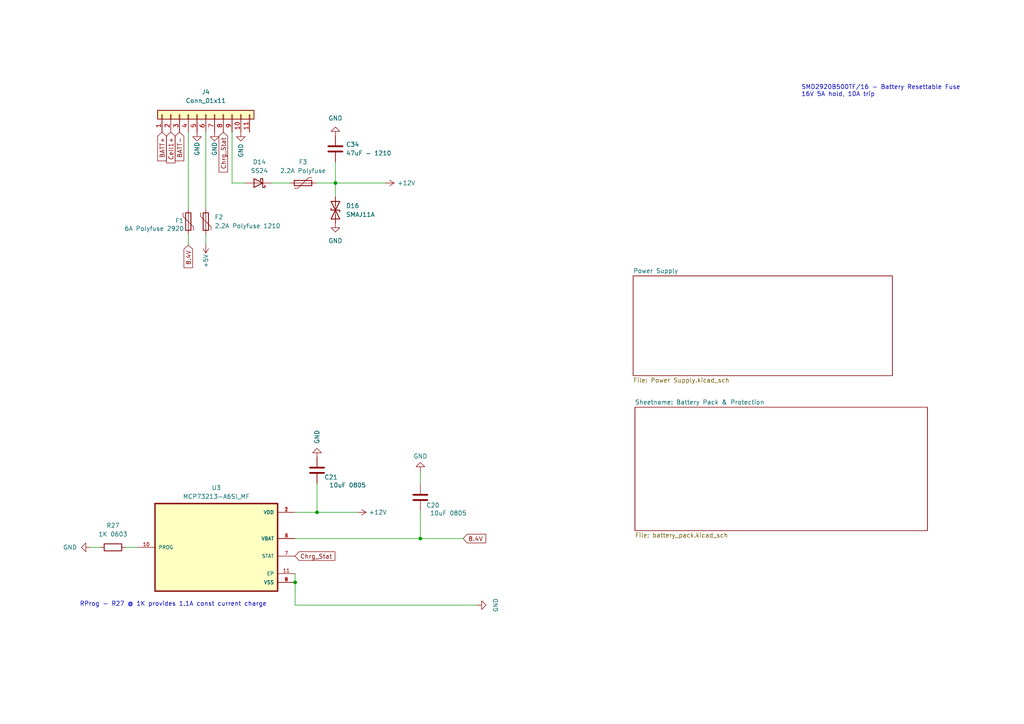
<source format=kicad_sch>
(kicad_sch (version 20230121) (generator eeschema)
  (paper "A4")
  (lib_symbols
    (symbol "Connector_Generic:Conn_01x11" (pin_names (offset 1.016) hide)
      (property "Reference" "J" (at 0 15.24 0))
      (property "Value" "Conn_01x11" (at 0 -15.24 0))
      (symbol "Conn_01x11_1_1"
        (rectangle (start -1.27 -12.573) (end 0 -12.827) (stroke (width 0.1524)))
        (rectangle (start -1.27 -10.033) (end 0 -10.287) (stroke (width 0.1524)))
        (rectangle (start -1.27 -7.493) (end 0 -7.747) (stroke (width 0.1524)))
        (rectangle (start -1.27 -4.953) (end 0 -5.207) (stroke (width 0.1524)))
        (rectangle (start -1.27 -2.413) (end 0 -2.667) (stroke (width 0.1524)))
        (rectangle (start -1.27 0.127) (end 0 -0.127) (stroke (width 0.1524)))
        (rectangle (start -1.27 2.667) (end 0 2.413) (stroke (width 0.1524)))
        (rectangle (start -1.27 5.207) (end 0 4.953) (stroke (width 0.1524)))
        (rectangle (start -1.27 7.747) (end 0 7.493) (stroke (width 0.1524)))
        (rectangle (start -1.27 10.287) (end 0 10.033) (stroke (width 0.1524)))
        (rectangle (start -1.27 12.827) (end 0 12.573) (stroke (width 0.1524)))
        (rectangle (start -1.27 13.97) (end 1.27 -13.97) (stroke (width 0.254)) (fill (type background)))
        (pin passive line (at -5.08 12.7 0) (length 3.81) (name "Pin_1") (number "1"))
        (pin passive line (at -5.08 -10.16 0) (length 3.81) (name "Pin_10") (number "10"))
        (pin passive line (at -5.08 -12.7 0) (length 3.81) (name "Pin_11") (number "11"))
        (pin passive line (at -5.08 10.16 0) (length 3.81) (name "Pin_2") (number "2"))
        (pin passive line (at -5.08 7.62 0) (length 3.81) (name "Pin_3") (number "3"))
        (pin passive line (at -5.08 5.08 0) (length 3.81) (name "Pin_4") (number "4"))
        (pin passive line (at -5.08 2.54 0) (length 3.81) (name "Pin_5") (number "5"))
        (pin passive line (at -5.08 0 0) (length 3.81) (name "Pin_6") (number "6"))
        (pin passive line (at -5.08 -2.54 0) (length 3.81) (name "Pin_7") (number "7"))
        (pin passive line (at -5.08 -5.08 0) (length 3.81) (name "Pin_8") (number "8"))
        (pin passive line (at -5.08 -7.62 0) (length 3.81) (name "Pin_9") (number "9"))
      )
    )
    (symbol "Device:C" (pin_numbers hide) (pin_names (offset 0.254))
      (property "Reference" "C" (at 0.635 2.54 0))
      (property "Value" "C" (at 0.635 -2.54 0))
      (symbol "C_0_1"
        (polyline (pts (xy -2.032 -0.762) (xy 2.032 -0.762)) (stroke (width 0.508)))
        (polyline (pts (xy -2.032 0.762) (xy 2.032 0.762)) (stroke (width 0.508)))
      )
      (symbol "C_1_1"
        (pin passive line (at 0 3.81 270) (length 2.794) (name "~") (number "1"))
        (pin passive line (at 0 -3.81 90) (length 2.794) (name "~") (number "2"))
      )
    )
    (symbol "Device:D_Schottky" (pin_numbers hide) (pin_names (offset 1.016) hide)
      (property "Reference" "D" (at 0 2.54 0))
      (property "Value" "D_Schottky" (at 0 -2.54 0))
      (symbol "D_Schottky_0_1"
        (polyline (pts (xy 1.27 0) (xy -1.27 0)))
        (polyline (pts (xy 1.27 1.27) (xy 1.27 -1.27) (xy -1.27 0) (xy 1.27 1.27)) (stroke (width 0.254)))
        (polyline (pts (xy -1.905 0.635) (xy -1.905 1.27) (xy -1.27 1.27) (xy -1.27 -1.27) (xy -0.635 -1.27) (xy -0.635 -0.635)) (stroke (width 0.254)))
      )
      (symbol "D_Schottky_1_1"
        (pin passive line (at -3.81 0 0) (length 2.54) (name "K") (number "1"))
        (pin passive line (at 3.81 0 180) (length 2.54) (name "A") (number "2"))
      )
    )
    (symbol "Device:D_TVS" (pin_numbers hide) (pin_names (offset 1.016) hide)
      (property "Reference" "D" (at 0 2.54 0))
      (property "Value" "D_TVS" (at 0 -2.54 0))
      (symbol "D_TVS_0_1"
        (polyline (pts (xy 1.27 0) (xy -1.27 0)))
        (polyline (pts (xy 0.508 1.27) (xy 0 1.27) (xy 0 -1.27) (xy -0.508 -1.27)) (stroke (width 0.254)))
        (polyline (pts (xy -2.54 1.27) (xy -2.54 -1.27) (xy 2.54 1.27) (xy 2.54 -1.27) (xy -2.54 1.27)) (stroke (width 0.254)))
      )
      (symbol "D_TVS_1_1"
        (pin passive line (at -3.81 0 0) (length 2.54) (name "A1") (number "1"))
        (pin passive line (at 3.81 0 180) (length 2.54) (name "A2") (number "2"))
      )
    )
    (symbol "Device:Polyfuse" (pin_numbers hide) (pin_names (offset 0))
      (property "Reference" "F" (at -2.54 0 90))
      (property "Value" "Polyfuse" (at 2.54 0 90))
      (symbol "Polyfuse_0_1"
        (rectangle (start -0.762 2.54) (end 0.762 -2.54) (stroke (width 0.254)))
        (polyline (pts (xy 0 2.54) (xy 0 -2.54)))
        (polyline (pts (xy -1.524 2.54) (xy -1.524 1.524) (xy 1.524 -1.524) (xy 1.524 -2.54)))
      )
      (symbol "Polyfuse_1_1"
        (pin passive line (at 0 3.81 270) (length 1.27) (name "~") (number "1"))
        (pin passive line (at 0 -3.81 90) (length 1.27) (name "~") (number "2"))
      )
    )
    (symbol "Device:R" (pin_numbers hide) (pin_names (offset 0))
      (property "Reference" "R" (at 2.032 0 90))
      (property "Value" "R" (at 0 0 90))
      (symbol "R_0_1"
        (rectangle (start -1.016 -2.54) (end 1.016 2.54) (stroke (width 0.254)))
      )
      (symbol "R_1_1"
        (pin passive line (at 0 3.81 270) (length 1.27) (name "~") (number "1"))
        (pin passive line (at 0 -3.81 90) (length 1.27) (name "~") (number "2"))
      )
    )
    (symbol "MCP73213-A6SI_MF:MCP73213-A6SI_MF" (pin_names (offset 1.016))
      (property "Reference" "U" (at -17.837 13.7392 0))
      (property "Value" "MCP73213-A6SI_MF" (at -17.8079 -16.7245 0))
      (symbol "MCP73213-A6SI_MF_0_0"
        (rectangle (start -17.78 -12.7) (end 17.78 12.7) (stroke (width 0.41)) (fill (type background)))
        (pin power_in line (at 22.86 10.16 180) (length 5.08) (name "VDD") (number "1"))
        (pin bidirectional line (at -22.86 0 0) (length 5.08) (name "PROG") (number "10"))
        (pin power_in line (at 22.86 -7.62 180) (length 5.08) (name "EP") (number "11"))
        (pin power_in line (at 22.86 10.16 180) (length 5.08) (name "VDD") (number "2"))
        (pin bidirectional line (at 22.86 2.54 180) (length 5.08) (name "VBAT") (number "3"))
        (pin bidirectional line (at 22.86 2.54 180) (length 5.08) (name "VBAT") (number "4"))
        (pin output line (at 22.86 -2.54 180) (length 5.08) (name "STAT") (number "7"))
        (pin power_in line (at 22.86 -10.16 180) (length 5.08) (name "VSS") (number "8"))
        (pin power_in line (at 22.86 -10.16 180) (length 5.08) (name "VSS") (number "9"))
      )
    )
    (symbol "power:+12V" (power) (pin_names (offset 0))
      (property "Value" "+12V" (at 0 3.556 0))
      (symbol "+12V_0_1"
        (polyline (pts (xy -0.762 1.27) (xy 0 2.54)))
        (polyline (pts (xy 0 0) (xy 0 2.54)))
        (polyline (pts (xy 0 2.54) (xy 0.762 1.27)))
      )
      (symbol "+12V_1_1"
        (pin power_in line (at 0 0 90) (length 0) hide (name "+12V") (number "1"))
      )
    )
    (symbol "power:+5V" (power) (pin_names (offset 0))
      (property "Value" "+5V" (at 0 3.556 0))
      (symbol "+5V_0_1"
        (polyline (pts (xy -0.762 1.27) (xy 0 2.54)))
        (polyline (pts (xy 0 0) (xy 0 2.54)))
        (polyline (pts (xy 0 2.54) (xy 0.762 1.27)))
      )
      (symbol "+5V_1_1"
        (pin power_in line (at 0 0 90) (length 0) hide (name "+5V") (number "1"))
      )
    )
    (symbol "power:GND" (power) (pin_names (offset 0))
      (property "Value" "GND" (at 0 -3.81 0))
      (symbol "GND_0_1"
        (polyline (pts (xy 0 0) (xy 0 -1.27) (xy 1.27 -1.27) (xy 0 -2.54) (xy -1.27 -1.27) (xy 0 -1.27)))
      )
      (symbol "GND_1_1"
        (pin power_in line (at 0 0 270) (length 0) hide (name "GND") (number "1"))
      )
    )
  )
  (junction (at 121.92 156.21))
  (junction (at 97.282 53.086))
  (junction (at 91.948 148.59))
  (junction (at 85.598 168.91))
  (wire (pts (xy 54.61 71.12) (xy 54.61 68.072)))
  (wire (pts (xy 121.92 136.652) (xy 121.92 140.462)))
  (wire (pts (xy 97.282 46.99) (xy 97.282 53.086)))
  (wire (pts (xy 85.598 148.59) (xy 91.948 148.59)))
  (wire (pts (xy 91.948 148.59) (xy 91.948 140.208)))
  (wire (pts (xy 36.576 158.75) (xy 39.878 158.75)))
  (wire (pts (xy 91.948 148.59) (xy 103.632 148.59)))
  (wire (pts (xy 121.92 148.082) (xy 121.92 156.21)))
  (wire (pts (xy 59.69 60.452) (xy 59.69 38.354)))
  (wire (pts (xy 85.598 168.91) (xy 85.598 175.514)))
  (wire (pts (xy 67.31 53.086) (xy 67.31 38.354)))
  (wire (pts (xy 91.694 53.086) (xy 97.282 53.086)))
  (wire (pts (xy 26.162 158.75) (xy 28.956 158.75)))
  (wire (pts (xy 97.282 53.086) (xy 111.76 53.086)))
  (wire (pts (xy 121.92 156.21) (xy 134.366 156.21)))
  (wire (pts (xy 85.598 175.514) (xy 138.43 175.514)))
  (wire (pts (xy 54.61 38.354) (xy 54.61 60.452)))
  (wire (pts (xy 59.69 70.866) (xy 59.69 68.072)))
  (wire (pts (xy 71.12 53.086) (xy 67.31 53.086)))
  (wire (pts (xy 84.074 53.086) (xy 78.74 53.086)))
  (wire (pts (xy 85.598 166.37) (xy 85.598 168.91)))
  (wire (pts (xy 85.598 156.21) (xy 121.92 156.21)))
  (wire (pts (xy 97.282 53.086) (xy 97.282 57.15)))
  (text "SMD2920B500TF/16 - Battery Resettable Fuse\n16V 5A hold, 10A trip" (at 232.41 28.194 0) (effects (font (size 1.27 1.27)) (justify left bottom)))
  (text "RProg - R27 @ 1K provides 1.1A const current charge\n" (at 23.114 176.022 0) (effects (font (size 1.27 1.27)) (justify left bottom)))
  (global_label "BATT-" (shape input) (at 52.07 38.354 270) (property "Intersheetrefs" "${INTERSHEET_REFS}" (effects hide)))
  (global_label "8.4V" (shape input) (at 134.366 156.21 0) (property "Intersheetrefs" "${INTERSHEET_REFS}" (effects hide)))
  (global_label "8.4V" (shape input) (at 54.61 71.12 270) (property "Intersheetrefs" "${INTERSHEET_REFS}" (effects hide)))
  (global_label "Cell1+" (shape input) (at 49.53 38.354 270) (property "Intersheetrefs" "${INTERSHEET_REFS}" (effects hide)))
  (global_label "BATT+" (shape input) (at 46.99 38.354 270) (property "Intersheetrefs" "${INTERSHEET_REFS}" (effects hide)))
  (global_label "Chrg_Stat" (shape input) (at 64.77 38.354 270) (property "Intersheetrefs" "${INTERSHEET_REFS}" (effects hide)))
  (global_label "Chrg_Stat" (shape input) (at 85.598 161.29 0) (property "Intersheetrefs" "${INTERSHEET_REFS}" (effects hide)))
  (symbol (lib_id "power:+12V") (at 111.76 53.086 270) (unit 1)
    (property "Reference" "#PWR059" (effects hide))
    (property "Value" "+12V" (at 117.856 53.086 90))
  )
  (symbol (lib_id "Device:C") (at 97.282 43.18 0) (unit 1)
    (property "Reference" "C34" (at 100.33 41.91 0) (effects (justify left)))
    (property "Value" "47uF - 1210" (at 100.33 44.45 0) (effects (justify left)))
    (property "Footprint" "Resistor_SMD:R_1210_3225Metric_Pad1.30x2.65mm_HandSolder" (effects hide))
  )
  (symbol (lib_id "power:GND") (at 138.43 175.514 90) (unit 1)
    (property "Reference" "#PWR042" (effects hide))
    (property "Value" "GND" (at 143.764 175.514 0))
  )
  (symbol (lib_id "Device:Polyfuse") (at 87.884 53.086 90) (unit 1)
    (property "Reference" "F3" (at 87.884 46.99 90))
    (property "Value" "2.2A Polyfuse" (at 87.884 49.53 90))
    (property "Footprint" "Fuse:Fuse_1210_3225Metric_Pad1.42x2.65mm_HandSolder" (effects hide))
  )
  (symbol (lib_id "power:GND") (at 121.92 136.652 180) (unit 1)
    (property "Reference" "#PWR039" (effects hide))
    (property "Value" "GND" (at 121.92 132.334 0))
  )
  (symbol (lib_id "power:GND") (at 62.23 38.354 0) (unit 1)
    (property "Reference" "#PWR028" (effects hide))
    (property "Value" "GND" (at 62.23 43.18 90))
  )
  (symbol (lib_id "power:GND") (at 91.948 132.588 180) (unit 1)
    (property "Reference" "#PWR040" (effects hide))
    (property "Value" "GND" (at 91.948 128.778 90) (effects (justify right)))
  )
  (symbol (lib_id "power:GND") (at 97.282 39.37 180) (unit 1)
    (property "Reference" "#PWR070" (effects hide))
    (property "Value" "GND" (at 97.282 34.29 0))
  )
  (symbol (lib_id "power:GND") (at 97.282 64.77 0) (unit 1)
    (property "Reference" "#PWR014" (effects hide))
    (property "Value" "GND" (at 97.282 69.85 0))
  )
  (symbol (lib_id "Device:D_TVS") (at 97.282 60.96 90) (unit 1)
    (property "Reference" "D16" (at 100.33 59.69 90) (effects (justify right)))
    (property "Value" "SMAJ11A" (at 100.33 62.23 90) (effects (justify right)))
    (property "Footprint" "Diode_SMD:D_SMA_Handsoldering" (effects hide))
  )
  (symbol (lib_id "Device:C") (at 121.92 144.272 180) (unit 1)
    (property "Reference" "C20" (at 127.508 146.558 0) (effects (justify left)))
    (property "Value" "10uF 0805" (at 135.382 148.844 0) (effects (justify left)))
    (property "Footprint" "Capacitor_SMD:C_0603_1608Metric_Pad1.08x0.95mm_HandSolder" (effects hide))
  )
  (symbol (lib_id "power:+5V") (at 59.69 70.866 180) (unit 1)
    (property "Reference" "#PWR022" (effects hide))
    (property "Value" "+5V" (at 59.69 75.692 90))
  )
  (symbol (lib_id "power:GND") (at 26.162 158.75 270) (unit 1)
    (property "Reference" "#PWR030" (effects hide))
    (property "Value" "GND" (at 22.352 158.75 90) (effects (justify right)))
  )
  (symbol (lib_id "Device:Polyfuse") (at 54.61 64.262 0) (unit 1)
    (property "Reference" "F1" (at 50.8 64.008 0) (effects (justify left)))
    (property "Value" "6A Polyfuse 2920" (at 36.068 66.294 0) (effects (justify left)))
    (property "Footprint" "Fuse:Fuse_2920_7451Metric_Pad2.10x5.45mm_HandSolder" (effects hide))
  )
  (symbol (lib_id "MCP73213-A6SI_MF:MCP73213-A6SI_MF") (at 62.738 158.75 0) (unit 1)
    (property "Reference" "U3" (at 62.738 141.478 0))
    (property "Value" "MCP73213-A6SI_MF" (at 62.738 144.018 0))
    (property "Footprint" "MCP73213-A6SI_MF:SON50P300X300X100-11N" (effects hide))
    (property "MF" "Microchip Technology" (effects hide))
    (property "DESCRIPTION" "MCP Series 16V Dual-Cell Li-Ion/Li-Polymer Battery Charge Management Controller" (effects hide))
    (property "PACKAGE" "DFN-10 Microchip" (effects hide))
    (property "PRICE" "1.60 USD" (effects hide))
    (property "Package" "DFN-10 Microchip" (effects hide))
    (property "Check_prices" "https://www.snapeda.com/parts/MCP73213-A6SI/MF/Microchip/view-part/?ref=eda" (effects hide))
    (property "Price" "None" (effects hide))
    (property "SnapEDA_Link" "https://www.snapeda.com/parts/MCP73213-A6SI/MF/Microchip/view-part/?ref=snap" (effects hide))
    (property "MP" "MCP73213-A6SI/MF" (effects hide))
    (property "Description" "\n                        \n                            Microchip MCP73213-A6SI/MF, Battery Charge Controller, 1100mA, 10-Pin DFN | Microchip Technology Inc. MCP73213-A6SI/MF\n                        \n" (effects hide))
    (property "Availability" "In Stock" (effects hide))
    (property "AVAILABILITY" "Good" (effects hide))
    (property "SNAPEDA_PACKAGE_ID" "30778" (effects hide))
  )
  (symbol (lib_id "Device:C") (at 91.948 136.398 180) (unit 1)
    (property "Reference" "C21" (at 96.012 138.43 0))
    (property "Value" "10uF 0805" (at 100.838 140.716 0))
    (property "Footprint" "Capacitor_SMD:C_0603_1608Metric_Pad1.08x0.95mm_HandSolder" (effects hide))
  )
  (symbol (lib_id "Device:D_Schottky") (at 74.93 53.086 180) (unit 1)
    (property "Reference" "D14" (at 75.2475 46.99 0))
    (property "Value" "SS24" (at 75.2475 49.53 0))
    (property "Footprint" "Diode_SMD:D_SMA_Handsoldering" (effects hide))
  )
  (symbol (lib_id "power:GND") (at 69.85 38.354 0) (unit 1)
    (property "Reference" "#PWR041" (effects hide))
    (property "Value" "GND" (at 69.85 43.688 90))
  )
  (symbol (lib_id "Device:Polyfuse") (at 59.69 64.262 0) (unit 1)
    (property "Reference" "F2" (at 62.23 62.992 0) (effects (justify left)))
    (property "Value" "2.2A Polyfuse 1210" (at 62.23 65.532 0) (effects (justify left)))
    (property "Footprint" "Fuse:Fuse_1210_3225Metric_Pad1.42x2.65mm_HandSolder" (effects hide))
  )
  (symbol (lib_id "Device:R") (at 32.766 158.75 90) (unit 1)
    (property "Reference" "R27" (at 32.766 152.4 90))
    (property "Value" "1K 0603" (at 32.766 154.94 90))
    (property "Footprint" "Resistor_SMD:R_0603_1608Metric" (effects hide))
  )
  (symbol (lib_id "Connector_Generic:Conn_01x11") (at 59.69 33.274 90) (unit 1)
    (property "Reference" "J4" (at 59.69 26.67 90))
    (property "Value" "Conn_01x11" (at 59.69 29.21 90))
    (property "Footprint" "Connector_PinSocket_2.54mm:PinSocket_1x11_P2.54mm_Vertical" (effects hide))
  )
  (symbol (lib_id "power:GND") (at 57.15 38.354 0) (unit 1)
    (property "Reference" "#PWR044" (effects hide))
    (property "Value" "GND" (at 57.15 43.18 90))
  )
  (symbol (lib_id "power:+12V") (at 103.632 148.59 270) (unit 1)
    (property "Reference" "#PWR031" (effects hide))
    (property "Value" "+12V" (at 106.934 148.59 90) (effects (justify left)))
  )
  (sheet (at 184.15 118.11) (size 84.836 35.814) (stroke (width 0.1524))
    (property "Sheetname" "Battery Pack & Protection" (at 184.15 117.3984 0) (show_name) (effects (justify left bottom)))
    (property "Sheetfile" "battery_pack.kicad_sch" (at 184.15 154.5086 0) (effects (justify left top)))
  )
  (sheet (at 183.642 80.01) (size 75.184 28.956) (stroke (width 0.1524))
    (property "Sheetname" "Power Supply" (at 183.642 79.2984 0) (effects (justify left bottom)))
    (property "Sheetfile" "Power Supply.kicad_sch" (at 183.642 109.5506 0) (effects (justify left top)))
  )
)
</source>
